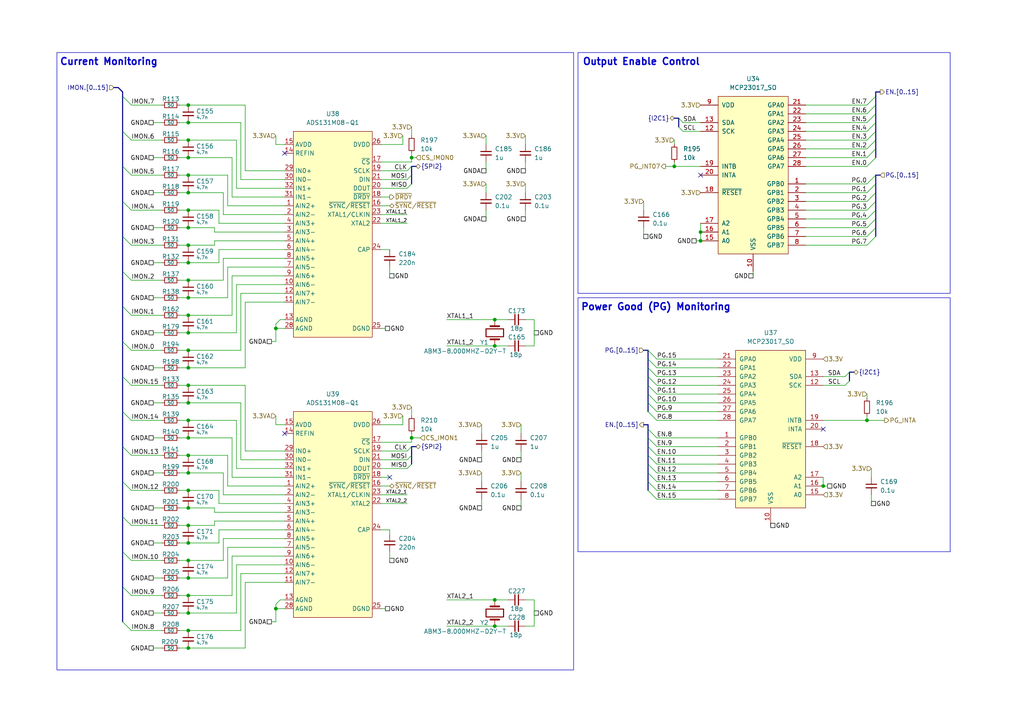
<source format=kicad_sch>
(kicad_sch (version 20250114) (generator "eeschema") (generator_version "9.0")
  (paper "A4")
  (title_block (title "eFuse Monitoring and Control") (date "2025-04-17") (rev "A") (company "Longhorn Racing Solar") (comment 1 "Changxu Liu, Watts Yasueda"))
  (rectangle (start 16.51 15.24) (end 166.37 194.31))
  (rectangle (start 167.64 15.24) (end 275.59 85.09))
  (rectangle (start 167.64 86.36) (end 275.59 160.02))
  (text "Power Good (PG) Monitoring" (at 168.402 89.154 0) (effects (font (size 2 2) (bold yes)) (justify left)))
  (text "Output Enable Control" (at 168.91 18.034 0) (effects (font (size 2 2) (bold yes)) (justify left)))
  (text "Current Monitoring" (at 17.272 18.034 0) (effects (font (size 2 2) (bold yes)) (justify left)))
  (junction (at 54.61 106.68))
  (junction (at 54.61 71.12))
  (junction (at 54.61 127))
  (junction (at 80.01 176.53))
  (junction (at 54.61 157.48))
  (junction (at 54.61 162.56))
  (junction (at 54.61 177.8))
  (junction (at 54.61 121.92))
  (junction (at 54.61 116.84))
  (junction (at 203.2 67.31))
  (junction (at 54.61 66.04))
  (junction (at 54.61 111.76))
  (junction (at 54.61 76.2))
  (junction (at 54.61 55.88))
  (junction (at 143.51 173.99))
  (junction (at 54.61 45.72))
  (junction (at 54.61 60.96))
  (junction (at 143.51 92.71))
  (junction (at 80.01 95.25))
  (junction (at 54.61 187.96))
  (junction (at 119.38 127))
  (junction (at 54.61 91.44))
  (junction (at 54.61 142.24))
  (junction (at 238.76 140.97))
  (junction (at 54.61 96.52))
  (junction (at 119.38 45.72))
  (junction (at 54.61 30.48))
  (junction (at 54.61 81.28))
  (junction (at 54.61 50.8))
  (junction (at 54.61 35.56))
  (junction (at 54.61 132.08))
  (junction (at 54.61 86.36))
  (junction (at 54.61 137.16))
  (junction (at 251.46 121.92))
  (junction (at 54.61 172.72))
  (junction (at 203.2 69.85))
  (junction (at 195.58 48.26))
  (junction (at 54.61 152.4))
  (junction (at 143.51 100.33))
  (junction (at 54.61 40.64))
  (junction (at 54.61 182.88))
  (junction (at 143.51 181.61))
  (junction (at 54.61 147.32))
  (junction (at 54.61 167.64))
  (junction (at 54.61 101.6))
  (no_connect (at 238.76 124.46))
  (no_connect (at 113.03 138.43))
  (no_connect (at 82.55 125.73))
  (no_connect (at 82.55 44.45))
  (no_connect (at 203.2 50.8))
  (bus_entry (at 35.56 88.9) (size 2.54 2.54))
  (bus_entry (at 35.56 180.34) (size 2.54 2.54))
  (bus_entry (at 187.96 134.62) (size 2.54 2.54))
  (bus_entry (at 254 55.88) (size -2.54 2.54))
  (bus_entry (at 254 58.42) (size -2.54 2.54))
  (bus_entry (at 187.96 127) (size 2.54 2.54))
  (bus_entry (at 119.38 132.08) (size -1.27 1.27))
  (bus_entry (at 254 33.02) (size -2.54 2.54))
  (bus_entry (at 196.85 36.83) (size 1.27 1.27))
  (bus_entry (at 35.56 109.22) (size 2.54 2.54))
  (bus_entry (at 288.29 -39.37) (size -2.54 2.54))
  (bus_entry (at 35.56 170.18) (size 2.54 2.54))
  (bus_entry (at 288.29 -44.45) (size -2.54 2.54))
  (bus_entry (at 254 45.72) (size -2.54 2.54))
  (bus_entry (at 119.38 134.62) (size -1.27 1.27))
  (bus_entry (at 35.56 27.94) (size 2.54 2.54))
  (bus_entry (at 35.56 48.26) (size 2.54 2.54))
  (bus_entry (at 254 40.64) (size -2.54 2.54))
  (bus_entry (at 35.56 68.58) (size 2.54 2.54))
  (bus_entry (at 288.29 -21.59) (size -2.54 2.54))
  (bus_entry (at 288.29 -34.29) (size -2.54 2.54))
  (bus_entry (at 35.56 119.38) (size 2.54 2.54))
  (bus_entry (at 254 68.58) (size -2.54 2.54))
  (bus_entry (at 254 27.94) (size -2.54 2.54))
  (bus_entry (at 35.56 160.02) (size 2.54 2.54))
  (bus_entry (at 35.56 58.42) (size 2.54 2.54))
  (bus_entry (at 246.38 107.95) (size -1.27 1.27))
  (bus_entry (at 187.96 119.38) (size 2.54 2.54))
  (bus_entry (at 35.56 149.86) (size 2.54 2.54))
  (bus_entry (at 187.96 124.46) (size 2.54 2.54))
  (bus_entry (at 187.96 137.16) (size 2.54 2.54))
  (bus_entry (at 288.29 -16.51) (size -2.54 2.54))
  (bus_entry (at 254 60.96) (size -2.54 2.54))
  (bus_entry (at 187.96 111.76) (size 2.54 2.54))
  (bus_entry (at 254 63.5) (size -2.54 2.54))
  (bus_entry (at 288.29 -11.43) (size -2.54 2.54))
  (bus_entry (at 254 35.56) (size -2.54 2.54))
  (bus_entry (at 288.29 -26.67) (size -2.54 2.54))
  (bus_entry (at 35.56 78.74) (size 2.54 2.54))
  (bus_entry (at 187.96 106.68) (size 2.54 2.54))
  (bus_entry (at 187.96 139.7) (size 2.54 2.54))
  (bus_entry (at 288.29 -46.99) (size -2.54 2.54))
  (bus_entry (at 119.38 50.8) (size -1.27 1.27))
  (bus_entry (at 254 50.8) (size -2.54 2.54))
  (bus_entry (at 288.29 -41.91) (size -2.54 2.54))
  (bus_entry (at 35.56 99.06) (size 2.54 2.54))
  (bus_entry (at 288.29 -24.13) (size -2.54 2.54))
  (bus_entry (at 254 38.1) (size -2.54 2.54))
  (bus_entry (at 119.38 53.34) (size -1.27 1.27))
  (bus_entry (at 35.56 139.7) (size 2.54 2.54))
  (bus_entry (at 119.38 129.54) (size -1.27 1.27))
  (bus_entry (at 35.56 38.1) (size 2.54 2.54))
  (bus_entry (at 288.29 -49.53) (size -2.54 2.54))
  (bus_entry (at 254 43.18) (size -2.54 2.54))
  (bus_entry (at 187.96 116.84) (size 2.54 2.54))
  (bus_entry (at 187.96 132.08) (size 2.54 2.54))
  (bus_entry (at 187.96 142.24) (size 2.54 2.54))
  (bus_entry (at 35.56 129.54) (size 2.54 2.54))
  (bus_entry (at 196.85 34.29) (size 1.27 1.27))
  (bus_entry (at 187.96 104.14) (size 2.54 2.54))
  (bus_entry (at 119.38 48.26) (size -1.27 1.27))
  (bus_entry (at 288.29 -13.97) (size -2.54 2.54))
  (bus_entry (at 288.29 -52.07) (size -2.54 2.54))
  (bus_entry (at 254 30.48) (size -2.54 2.54))
  (bus_entry (at 288.29 -36.83) (size -2.54 2.54))
  (bus_entry (at 187.96 101.6) (size 2.54 2.54))
  (bus_entry (at 254 53.34) (size -2.54 2.54))
  (bus_entry (at 187.96 109.22) (size 2.54 2.54))
  (bus_entry (at 288.29 -29.21) (size -2.54 2.54))
  (bus_entry (at 288.29 -19.05) (size -2.54 2.54))
  (bus_entry (at 254 66.04) (size -2.54 2.54))
  (bus_entry (at 246.38 110.49) (size -1.27 1.27))
  (bus_entry (at 187.96 129.54) (size 2.54 2.54))
  (bus_entry (at 187.96 114.3) (size 2.54 2.54))
  (wire (pts (xy 119.38 127) (xy 121.92 127)))
  (wire (pts (xy 68.58 82.55) (xy 82.55 82.55)))
  (bus (pts (xy 254 63.5) (xy 254 66.04)))
  (wire (pts (xy 233.68 38.1) (xy 251.46 38.1)))
  (bus (pts (xy 254 40.64) (xy 254 38.1)))
  (bus (pts (xy 288.29 -29.21) (xy 288.29 -34.29)))
  (wire (pts (xy 110.49 135.89) (xy 118.11 135.89)))
  (wire (pts (xy 69.85 101.6) (xy 54.61 101.6)))
  (wire (pts (xy 119.38 125.73) (xy 119.38 127)))
  (wire (pts (xy 38.1 152.4) (xy 46.99 152.4)))
  (wire (pts (xy 38.1 60.96) (xy 46.99 60.96)))
  (wire (pts (xy 52.07 111.76) (xy 54.61 111.76)))
  (wire (pts (xy 78.74 99.06) (xy 80.01 99.06)))
  (wire (pts (xy 52.07 50.8) (xy 54.61 50.8)))
  (wire (pts (xy 44.45 177.8) (xy 46.99 177.8)))
  (wire (pts (xy 66.04 50.8) (xy 66.04 59.69)))
  (wire (pts (xy 69.85 85.09) (xy 82.55 85.09)))
  (wire (pts (xy 63.5 146.05) (xy 82.55 146.05)))
  (wire (pts (xy 71.12 87.63) (xy 82.55 87.63)))
  (wire (pts (xy 67.31 45.72) (xy 54.61 45.72)))
  (wire (pts (xy 186.69 66.04) (xy 186.69 68.58)))
  (bus (pts (xy 255.27 50.8) (xy 254 50.8)))
  (wire (pts (xy 119.38 44.45) (xy 119.38 45.72)))
  (bus (pts (xy 288.29 -36.83) (xy 288.29 -39.37)))
  (wire (pts (xy 54.61 177.8) (xy 52.07 177.8)))
  (wire (pts (xy 71.12 87.63) (xy 71.12 106.68)))
  (wire (pts (xy 110.49 153.67) (xy 113.03 153.67)))
  (wire (pts (xy 62.23 67.31) (xy 82.55 67.31)))
  (wire (pts (xy 218.44 80.01) (xy 218.44 78.74)))
  (wire (pts (xy 116.84 39.37) (xy 116.84 41.91)))
  (wire (pts (xy 54.61 182.88) (xy 52.07 182.88)))
  (wire (pts (xy 110.49 46.99) (xy 119.38 46.99)))
  (wire (pts (xy 44.45 116.84) (xy 46.99 116.84)))
  (wire (pts (xy 151.13 123.19) (xy 151.13 125.73)))
  (wire (pts (xy 267.97 -13.97) (xy 285.75 -13.97)))
  (wire (pts (xy 52.07 172.72) (xy 54.61 172.72)))
  (wire (pts (xy 208.28 139.7) (xy 190.5 139.7)))
  (wire (pts (xy 66.04 77.47) (xy 82.55 77.47)))
  (wire (pts (xy 203.2 69.85) (xy 201.93 69.85)))
  (wire (pts (xy 67.31 80.01) (xy 82.55 80.01)))
  (wire (pts (xy 68.58 96.52) (xy 54.61 96.52)))
  (wire (pts (xy 252.73 143.51) (xy 252.73 146.05)))
  (wire (pts (xy 143.51 92.71) (xy 147.32 92.71)))
  (wire (pts (xy 251.46 60.96) (xy 233.68 60.96)))
  (wire (pts (xy 251.46 66.04) (xy 233.68 66.04)))
  (bus (pts (xy 288.29 -49.53) (xy 288.29 -52.07)))
  (wire (pts (xy 54.61 60.96) (xy 63.5 60.96)))
  (bus (pts (xy 35.56 88.9) (xy 35.56 99.06)))
  (wire (pts (xy 190.5 116.84) (xy 208.28 116.84)))
  (wire (pts (xy 54.61 187.96) (xy 52.07 187.96)))
  (wire (pts (xy 190.5 121.92) (xy 208.28 121.92)))
  (bus (pts (xy 254 55.88) (xy 254 58.42)))
  (bus (pts (xy 187.96 139.7) (xy 187.96 137.16)))
  (wire (pts (xy 71.12 49.53) (xy 71.12 30.48)))
  (wire (pts (xy 233.68 40.64) (xy 251.46 40.64)))
  (wire (pts (xy 113.03 77.47) (xy 113.03 80.01)))
  (wire (pts (xy 64.77 55.88) (xy 64.77 62.23)))
  (wire (pts (xy 62.23 152.4) (xy 54.61 152.4)))
  (wire (pts (xy 195.58 40.64) (xy 195.58 41.91)))
  (wire (pts (xy 38.1 111.76) (xy 46.99 111.76)))
  (wire (pts (xy 186.69 58.42) (xy 186.69 60.96)))
  (wire (pts (xy 64.77 162.56) (xy 54.61 162.56)))
  (wire (pts (xy 38.1 91.44) (xy 46.99 91.44)))
  (wire (pts (xy 52.07 116.84) (xy 54.61 116.84)))
  (wire (pts (xy 251.46 55.88) (xy 233.68 55.88)))
  (bus (pts (xy 187.96 101.6) (xy 187.96 104.14)))
  (wire (pts (xy 52.07 167.64) (xy 54.61 167.64)))
  (wire (pts (xy 44.45 147.32) (xy 46.99 147.32)))
  (bus (pts (xy 288.29 -21.59) (xy 288.29 -24.13)))
  (wire (pts (xy 82.55 72.39) (xy 63.5 72.39)))
  (wire (pts (xy 80.01 175.26) (xy 80.01 176.53)))
  (wire (pts (xy 52.07 76.2) (xy 54.61 76.2)))
  (wire (pts (xy 52.07 157.48) (xy 54.61 157.48)))
  (bus (pts (xy 288.29 -26.67) (xy 288.29 -29.21)))
  (wire (pts (xy 68.58 163.83) (xy 68.58 177.8)))
  (wire (pts (xy 63.5 64.77) (xy 82.55 64.77)))
  (wire (pts (xy 62.23 69.85) (xy 82.55 69.85)))
  (wire (pts (xy 139.7 137.16) (xy 139.7 139.7)))
  (wire (pts (xy 67.31 161.29) (xy 67.31 172.72)))
  (wire (pts (xy 54.61 66.04) (xy 62.23 66.04)))
  (bus (pts (xy 187.96 124.46) (xy 187.96 123.19)))
  (bus (pts (xy 288.29 -52.07) (xy 288.29 -53.34)))
  (wire (pts (xy 110.49 123.19) (xy 116.84 123.19)))
  (wire (pts (xy 267.97 -16.51) (xy 285.75 -16.51)))
  (wire (pts (xy 140.97 60.96) (xy 140.97 63.5)))
  (bus (pts (xy 254 43.18) (xy 254 40.64)))
  (bus (pts (xy 254 53.34) (xy 254 55.88)))
  (wire (pts (xy 140.97 46.99) (xy 140.97 49.53)))
  (bus (pts (xy 187.96 114.3) (xy 187.96 116.84)))
  (wire (pts (xy 251.46 114.3) (xy 251.46 115.57)))
  (wire (pts (xy 52.07 142.24) (xy 54.61 142.24)))
  (wire (pts (xy 54.61 96.52) (xy 52.07 96.52)))
  (wire (pts (xy 110.49 41.91) (xy 116.84 41.91)))
  (wire (pts (xy 66.04 158.75) (xy 66.04 167.64)))
  (wire (pts (xy 80.01 180.34) (xy 80.01 176.53)))
  (wire (pts (xy 69.85 182.88) (xy 54.61 182.88)))
  (wire (pts (xy 64.77 55.88) (xy 54.61 55.88)))
  (wire (pts (xy 64.77 81.28) (xy 54.61 81.28)))
  (wire (pts (xy 38.1 81.28) (xy 46.99 81.28)))
  (wire (pts (xy 208.28 132.08) (xy 190.5 132.08)))
  (wire (pts (xy 52.07 162.56) (xy 54.61 162.56)))
  (wire (pts (xy 52.07 55.88) (xy 54.61 55.88)))
  (bus (pts (xy 187.96 111.76) (xy 187.96 114.3)))
  (bus (pts (xy 187.96 137.16) (xy 187.96 134.62)))
  (wire (pts (xy 238.76 121.92) (xy 251.46 121.92)))
  (wire (pts (xy 68.58 54.61) (xy 68.58 40.64)))
  (wire (pts (xy 80.01 123.19) (xy 82.55 123.19)))
  (wire (pts (xy 252.73 135.89) (xy 252.73 138.43)))
  (wire (pts (xy 71.12 168.91) (xy 71.12 187.96)))
  (wire (pts (xy 54.61 172.72) (xy 67.31 172.72)))
  (wire (pts (xy 154.94 173.99) (xy 154.94 181.61)))
  (wire (pts (xy 139.7 123.19) (xy 139.7 125.73)))
  (bus (pts (xy 186.69 101.6) (xy 187.96 101.6)))
  (bus (pts (xy 288.29 -46.99) (xy 288.29 -49.53)))
  (bus (pts (xy 187.96 132.08) (xy 187.96 129.54)))
  (wire (pts (xy 62.23 147.32) (xy 62.23 148.59)))
  (wire (pts (xy 62.23 151.13) (xy 62.23 152.4)))
  (wire (pts (xy 54.61 142.24) (xy 63.5 142.24)))
  (wire (pts (xy 110.49 57.15) (xy 113.03 57.15)))
  (wire (pts (xy 54.61 187.96) (xy 71.12 187.96)))
  (wire (pts (xy 38.1 101.6) (xy 46.99 101.6)))
  (wire (pts (xy 52.07 132.08) (xy 54.61 132.08)))
  (wire (pts (xy 69.85 166.37) (xy 82.55 166.37)))
  (bus (pts (xy 119.38 134.62) (xy 119.38 132.08)))
  (wire (pts (xy 54.61 101.6) (xy 52.07 101.6)))
  (wire (pts (xy 238.76 109.22) (xy 245.11 109.22)))
  (wire (pts (xy 110.49 133.35) (xy 118.11 133.35)))
  (wire (pts (xy 62.23 148.59) (xy 82.55 148.59)))
  (wire (pts (xy 113.03 154.94) (xy 113.03 153.67)))
  (wire (pts (xy 152.4 60.96) (xy 152.4 63.5)))
  (bus (pts (xy 35.56 27.94) (xy 35.56 38.1)))
  (wire (pts (xy 44.45 106.68) (xy 46.99 106.68)))
  (wire (pts (xy 110.49 140.97) (xy 113.03 140.97)))
  (wire (pts (xy 238.76 111.76) (xy 245.11 111.76)))
  (wire (pts (xy 80.01 41.91) (xy 82.55 41.91)))
  (wire (pts (xy 110.49 95.25) (xy 111.76 95.25)))
  (wire (pts (xy 44.45 127) (xy 46.99 127)))
  (bus (pts (xy 119.38 132.08) (xy 119.38 129.54)))
  (bus (pts (xy 195.58 34.29) (xy 196.85 34.29)))
  (bus (pts (xy 187.96 116.84) (xy 187.96 119.38)))
  (bus (pts (xy 35.56 129.54) (xy 35.56 139.7)))
  (bus (pts (xy 35.56 119.38) (xy 35.56 129.54)))
  (wire (pts (xy 82.55 153.67) (xy 63.5 153.67)))
  (wire (pts (xy 52.07 66.04) (xy 54.61 66.04)))
  (wire (pts (xy 267.97 -21.59) (xy 285.75 -21.59)))
  (wire (pts (xy 62.23 151.13) (xy 82.55 151.13)))
  (wire (pts (xy 38.1 182.88) (xy 46.99 182.88)))
  (wire (pts (xy 71.12 106.68) (xy 54.61 106.68)))
  (wire (pts (xy 38.1 162.56) (xy 46.99 162.56)))
  (wire (pts (xy 44.45 96.52) (xy 46.99 96.52)))
  (bus (pts (xy 35.56 149.86) (xy 35.56 160.02)))
  (bus (pts (xy 119.38 53.34) (xy 119.38 50.8)))
  (wire (pts (xy 82.55 130.81) (xy 71.12 130.81)))
  (wire (pts (xy 198.12 38.1) (xy 203.2 38.1)))
  (bus (pts (xy 254 45.72) (xy 254 43.18)))
  (wire (pts (xy 267.97 -41.91) (xy 285.75 -41.91)))
  (wire (pts (xy 54.61 111.76) (xy 71.12 111.76)))
  (wire (pts (xy 267.97 -49.53) (xy 285.75 -49.53)))
  (wire (pts (xy 52.07 71.12) (xy 54.61 71.12)))
  (wire (pts (xy 52.07 91.44) (xy 54.61 91.44)))
  (wire (pts (xy 151.13 144.78) (xy 151.13 147.32)))
  (wire (pts (xy 82.55 135.89) (xy 68.58 135.89)))
  (bus (pts (xy 288.29 -53.34) (xy 289.56 -53.34)))
  (wire (pts (xy 64.77 137.16) (xy 64.77 143.51)))
  (wire (pts (xy 208.28 129.54) (xy 190.5 129.54)))
  (wire (pts (xy 152.4 39.37) (xy 152.4 41.91)))
  (wire (pts (xy 110.49 176.53) (xy 111.76 176.53)))
  (wire (pts (xy 82.55 52.07) (xy 69.85 52.07)))
  (wire (pts (xy 52.07 45.72) (xy 54.61 45.72)))
  (wire (pts (xy 203.2 64.77) (xy 203.2 67.31)))
  (wire (pts (xy 233.68 30.48) (xy 251.46 30.48)))
  (wire (pts (xy 251.46 71.12) (xy 233.68 71.12)))
  (wire (pts (xy 208.28 137.16) (xy 190.5 137.16)))
  (bus (pts (xy 119.38 129.54) (xy 120.65 129.54)))
  (wire (pts (xy 151.13 130.81) (xy 151.13 133.35)))
  (wire (pts (xy 267.97 -36.83) (xy 285.75 -36.83)))
  (wire (pts (xy 63.5 142.24) (xy 63.5 146.05)))
  (wire (pts (xy 68.58 163.83) (xy 82.55 163.83)))
  (wire (pts (xy 66.04 132.08) (xy 54.61 132.08)))
  (wire (pts (xy 44.45 137.16) (xy 46.99 137.16)))
  (wire (pts (xy 80.01 120.65) (xy 80.01 123.19)))
  (wire (pts (xy 82.55 49.53) (xy 71.12 49.53)))
  (wire (pts (xy 38.1 40.64) (xy 46.99 40.64)))
  (wire (pts (xy 129.54 173.99) (xy 143.51 173.99)))
  (wire (pts (xy 66.04 86.36) (xy 54.61 86.36)))
  (wire (pts (xy 52.07 127) (xy 54.61 127)))
  (wire (pts (xy 67.31 80.01) (xy 67.31 91.44)))
  (wire (pts (xy 119.38 127) (xy 119.38 128.27)))
  (wire (pts (xy 151.13 137.16) (xy 151.13 139.7)))
  (wire (pts (xy 267.97 -19.05) (xy 285.75 -19.05)))
  (wire (pts (xy 152.4 92.71) (xy 154.94 92.71)))
  (wire (pts (xy 82.55 133.35) (xy 69.85 133.35)))
  (bus (pts (xy 187.96 106.68) (xy 187.96 109.22)))
  (bus (pts (xy 254 58.42) (xy 254 60.96)))
  (wire (pts (xy 251.46 58.42) (xy 233.68 58.42)))
  (bus (pts (xy 35.56 38.1) (xy 35.56 48.26)))
  (bus (pts (xy 288.29 -44.45) (xy 288.29 -46.99)))
  (bus (pts (xy 35.56 99.06) (xy 35.56 109.22)))
  (wire (pts (xy 110.49 64.77) (xy 118.11 64.77)))
  (wire (pts (xy 68.58 82.55) (xy 68.58 96.52)))
  (wire (pts (xy 64.77 137.16) (xy 54.61 137.16)))
  (bus (pts (xy 35.56 160.02) (xy 35.56 170.18)))
  (bus (pts (xy 187.96 109.22) (xy 187.96 111.76)))
  (bus (pts (xy 35.56 26.67) (xy 35.56 27.94)))
  (wire (pts (xy 52.07 60.96) (xy 54.61 60.96)))
  (wire (pts (xy 110.49 52.07) (xy 118.11 52.07)))
  (wire (pts (xy 139.7 144.78) (xy 139.7 147.32)))
  (wire (pts (xy 251.46 120.65) (xy 251.46 121.92)))
  (wire (pts (xy 110.49 72.39) (xy 113.03 72.39)))
  (bus (pts (xy 288.29 -19.05) (xy 288.29 -21.59)))
  (wire (pts (xy 80.01 176.53) (xy 82.55 176.53)))
  (wire (pts (xy 38.1 30.48) (xy 46.99 30.48)))
  (wire (pts (xy 190.5 114.3) (xy 208.28 114.3)))
  (wire (pts (xy 110.49 128.27) (xy 119.38 128.27)))
  (wire (pts (xy 62.23 71.12) (xy 54.61 71.12)))
  (wire (pts (xy 68.58 177.8) (xy 54.61 177.8)))
  (wire (pts (xy 129.54 100.33) (xy 143.51 100.33)))
  (wire (pts (xy 52.07 35.56) (xy 54.61 35.56)))
  (wire (pts (xy 44.45 86.36) (xy 46.99 86.36)))
  (bus (pts (xy 187.96 123.19) (xy 186.69 123.19)))
  (wire (pts (xy 69.85 85.09) (xy 69.85 101.6)))
  (bus (pts (xy 246.38 107.95) (xy 246.38 110.49)))
  (wire (pts (xy 52.07 121.92) (xy 54.61 121.92)))
  (wire (pts (xy 208.28 142.24) (xy 190.5 142.24)))
  (wire (pts (xy 54.61 30.48) (xy 71.12 30.48)))
  (wire (pts (xy 233.68 43.18) (xy 251.46 43.18)))
  (wire (pts (xy 190.5 104.14) (xy 208.28 104.14)))
  (bus (pts (xy 187.96 142.24) (xy 187.96 139.7)))
  (wire (pts (xy 63.5 60.96) (xy 63.5 64.77)))
  (wire (pts (xy 38.1 142.24) (xy 46.99 142.24)))
  (wire (pts (xy 64.77 156.21) (xy 64.77 162.56)))
  (wire (pts (xy 110.49 146.05) (xy 118.11 146.05)))
  (bus (pts (xy 254 66.04) (xy 254 68.58)))
  (wire (pts (xy 81.28 92.71) (xy 80.01 93.98)))
  (wire (pts (xy 195.58 46.99) (xy 195.58 48.26)))
  (wire (pts (xy 190.5 106.68) (xy 208.28 106.68)))
  (wire (pts (xy 267.97 -11.43) (xy 285.75 -11.43)))
  (wire (pts (xy 203.2 67.31) (xy 203.2 69.85)))
  (wire (pts (xy 190.5 111.76) (xy 208.28 111.76)))
  (wire (pts (xy 38.1 121.92) (xy 46.99 121.92)))
  (wire (pts (xy 44.45 187.96) (xy 46.99 187.96)))
  (wire (pts (xy 38.1 50.8) (xy 46.99 50.8)))
  (wire (pts (xy 152.4 181.61) (xy 154.94 181.61)))
  (wire (pts (xy 68.58 135.89) (xy 68.58 121.92)))
  (wire (pts (xy 68.58 121.92) (xy 54.61 121.92)))
  (wire (pts (xy 66.04 59.69) (xy 82.55 59.69)))
  (wire (pts (xy 251.46 68.58) (xy 233.68 68.58)))
  (wire (pts (xy 80.01 95.25) (xy 82.55 95.25)))
  (bus (pts (xy 254 50.8) (xy 254 53.34)))
  (wire (pts (xy 113.03 160.02) (xy 113.03 162.56)))
  (wire (pts (xy 52.07 137.16) (xy 54.61 137.16)))
  (wire (pts (xy 233.68 48.26) (xy 251.46 48.26)))
  (wire (pts (xy 44.45 55.88) (xy 46.99 55.88)))
  (wire (pts (xy 52.07 30.48) (xy 54.61 30.48)))
  (wire (pts (xy 52.07 81.28) (xy 54.61 81.28)))
  (bus (pts (xy 33.02 25.4) (xy 34.29 25.4)))
  (wire (pts (xy 81.28 173.99) (xy 80.01 175.26)))
  (wire (pts (xy 119.38 36.83) (xy 119.38 39.37)))
  (wire (pts (xy 63.5 157.48) (xy 54.61 157.48)))
  (wire (pts (xy 82.55 54.61) (xy 68.58 54.61)))
  (wire (pts (xy 110.49 130.81) (xy 118.11 130.81)))
  (wire (pts (xy 63.5 153.67) (xy 63.5 157.48)))
  (wire (pts (xy 64.77 156.21) (xy 82.55 156.21)))
  (wire (pts (xy 267.97 -46.99) (xy 285.75 -46.99)))
  (wire (pts (xy 140.97 53.34) (xy 140.97 55.88)))
  (bus (pts (xy 254 38.1) (xy 254 35.56)))
  (wire (pts (xy 195.58 48.26) (xy 203.2 48.26)))
  (wire (pts (xy 68.58 40.64) (xy 54.61 40.64)))
  (bus (pts (xy 288.29 -13.97) (xy 288.29 -16.51)))
  (wire (pts (xy 193.04 48.26) (xy 195.58 48.26)))
  (wire (pts (xy 66.04 140.97) (xy 82.55 140.97)))
  (wire (pts (xy 44.45 45.72) (xy 46.99 45.72)))
  (wire (pts (xy 152.4 53.34) (xy 152.4 55.88)))
  (bus (pts (xy 288.29 -34.29) (xy 288.29 -36.83)))
  (wire (pts (xy 64.77 74.93) (xy 82.55 74.93)))
  (wire (pts (xy 208.28 134.62) (xy 190.5 134.62)))
  (bus (pts (xy 35.56 139.7) (xy 35.56 149.86)))
  (wire (pts (xy 110.49 54.61) (xy 118.11 54.61)))
  (wire (pts (xy 190.5 119.38) (xy 208.28 119.38)))
  (wire (pts (xy 198.12 35.56) (xy 203.2 35.56)))
  (wire (pts (xy 190.5 109.22) (xy 208.28 109.22)))
  (wire (pts (xy 238.76 138.43) (xy 238.76 140.97)))
  (wire (pts (xy 267.97 -44.45) (xy 285.75 -44.45)))
  (wire (pts (xy 66.04 50.8) (xy 54.61 50.8)))
  (bus (pts (xy 288.29 -39.37) (xy 288.29 -41.91)))
  (wire (pts (xy 44.45 167.64) (xy 46.99 167.64)))
  (wire (pts (xy 67.31 138.43) (xy 82.55 138.43)))
  (wire (pts (xy 64.77 143.51) (xy 82.55 143.51)))
  (wire (pts (xy 267.97 -26.67) (xy 285.75 -26.67)))
  (wire (pts (xy 54.61 116.84) (xy 69.85 116.84)))
  (wire (pts (xy 119.38 118.11) (xy 119.38 120.65)))
  (wire (pts (xy 143.51 100.33) (xy 147.32 100.33)))
  (bus (pts (xy 119.38 50.8) (xy 119.38 48.26)))
  (wire (pts (xy 233.68 33.02) (xy 251.46 33.02)))
  (wire (pts (xy 233.68 45.72) (xy 251.46 45.72)))
  (wire (pts (xy 67.31 161.29) (xy 82.55 161.29)))
  (wire (pts (xy 110.49 59.69) (xy 113.03 59.69)))
  (wire (pts (xy 251.46 63.5) (xy 233.68 63.5)))
  (bus (pts (xy 34.29 25.4) (xy 35.56 26.67)))
  (bus (pts (xy 35.56 170.18) (xy 35.56 180.34)))
  (bus (pts (xy 35.56 58.42) (xy 35.56 68.58)))
  (bus (pts (xy 288.29 -24.13) (xy 288.29 -26.67)))
  (bus (pts (xy 187.96 104.14) (xy 187.96 106.68)))
  (wire (pts (xy 110.49 143.51) (xy 118.11 143.51)))
  (wire (pts (xy 78.74 180.34) (xy 80.01 180.34)))
  (wire (pts (xy 80.01 39.37) (xy 80.01 41.91)))
  (bus (pts (xy 196.85 34.29) (xy 196.85 36.83)))
  (bus (pts (xy 254 30.48) (xy 254 27.94)))
  (wire (pts (xy 208.28 144.78) (xy 190.5 144.78)))
  (wire (pts (xy 71.12 130.81) (xy 71.12 111.76)))
  (wire (pts (xy 119.38 45.72) (xy 119.38 46.99)))
  (bus (pts (xy 254 60.96) (xy 254 63.5)))
  (wire (pts (xy 119.38 45.72) (xy 120.65 45.72)))
  (wire (pts (xy 129.54 181.61) (xy 143.51 181.61)))
  (wire (pts (xy 82.55 173.99) (xy 81.28 173.99)))
  (wire (pts (xy 66.04 132.08) (xy 66.04 140.97)))
  (wire (pts (xy 71.12 168.91) (xy 82.55 168.91)))
  (bus (pts (xy 35.56 68.58) (xy 35.56 78.74)))
  (wire (pts (xy 67.31 127) (xy 67.31 138.43)))
  (bus (pts (xy 288.29 -11.43) (xy 288.29 -13.97)))
  (wire (pts (xy 54.61 91.44) (xy 67.31 91.44)))
  (wire (pts (xy 69.85 52.07) (xy 69.85 35.56)))
  (bus (pts (xy 187.96 127) (xy 187.96 124.46)))
  (wire (pts (xy 69.85 166.37) (xy 69.85 182.88)))
  (wire (pts (xy 66.04 167.64) (xy 54.61 167.64)))
  (wire (pts (xy 110.49 49.53) (xy 118.11 49.53)))
  (bus (pts (xy 246.38 107.95) (xy 247.65 107.95)))
  (wire (pts (xy 63.5 72.39) (xy 63.5 76.2)))
  (wire (pts (xy 267.97 -39.37) (xy 285.75 -39.37)))
  (wire (pts (xy 52.07 147.32) (xy 54.61 147.32)))
  (wire (pts (xy 152.4 173.99) (xy 154.94 173.99)))
  (wire (pts (xy 44.45 35.56) (xy 46.99 35.56)))
  (wire (pts (xy 63.5 76.2) (xy 54.61 76.2)))
  (wire (pts (xy 143.51 181.61) (xy 147.32 181.61)))
  (wire (pts (xy 62.23 69.85) (xy 62.23 71.12)))
  (wire (pts (xy 54.61 35.56) (xy 69.85 35.56)))
  (wire (pts (xy 62.23 66.04) (xy 62.23 67.31)))
  (wire (pts (xy 251.46 121.92) (xy 256.54 121.92)))
  (wire (pts (xy 143.51 173.99) (xy 147.32 173.99)))
  (wire (pts (xy 240.03 140.97) (xy 238.76 140.97)))
  (wire (pts (xy 67.31 127) (xy 54.61 127)))
  (wire (pts (xy 38.1 132.08) (xy 46.99 132.08)))
  (wire (pts (xy 80.01 99.06) (xy 80.01 95.25)))
  (wire (pts (xy 140.97 39.37) (xy 140.97 41.91)))
  (bus (pts (xy 187.96 134.62) (xy 187.96 132.08)))
  (wire (pts (xy 233.68 35.56) (xy 251.46 35.56)))
  (wire (pts (xy 208.28 127) (xy 190.5 127)))
  (wire (pts (xy 80.01 93.98) (xy 80.01 95.25)))
  (bus (pts (xy 35.56 48.26) (xy 35.56 58.42)))
  (wire (pts (xy 267.97 -8.89) (xy 285.75 -8.89)))
  (wire (pts (xy 44.45 66.04) (xy 46.99 66.04)))
  (wire (pts (xy 110.49 62.23) (xy 118.11 62.23)))
  (wire (pts (xy 129.54 92.71) (xy 143.51 92.71)))
  (wire (pts (xy 38.1 172.72) (xy 46.99 172.72)))
  (wire (pts (xy 38.1 71.12) (xy 46.99 71.12)))
  (wire (pts (xy 66.04 77.47) (xy 66.04 86.36)))
  (wire (pts (xy 54.61 147.32) (xy 62.23 147.32)))
  (wire (pts (xy 44.45 76.2) (xy 46.99 76.2)))
  (wire (pts (xy 67.31 45.72) (xy 67.31 57.15)))
  (bus (pts (xy 119.38 48.26) (xy 120.65 48.26)))
  (wire (pts (xy 66.04 158.75) (xy 82.55 158.75)))
  (wire (pts (xy 152.4 46.99) (xy 152.4 49.53)))
  (wire (pts (xy 54.61 106.68) (xy 52.07 106.68)))
  (bus (pts (xy 254 27.94) (xy 254 26.67)))
  (wire (pts (xy 154.94 92.71) (xy 154.94 100.33)))
  (wire (pts (xy 251.46 53.34) (xy 233.68 53.34)))
  (wire (pts (xy 52.07 40.64) (xy 54.61 40.64)))
  (wire (pts (xy 152.4 100.33) (xy 154.94 100.33)))
  (bus (pts (xy 187.96 129.54) (xy 187.96 127)))
  (bus (pts (xy 35.56 109.22) (xy 35.56 119.38)))
  (wire (pts (xy 52.07 152.4) (xy 54.61 152.4)))
  (bus (pts (xy 35.56 78.74) (xy 35.56 88.9)))
  (wire (pts (xy 267.97 -31.75) (xy 285.75 -31.75)))
  (wire (pts (xy 44.45 157.48) (xy 46.99 157.48)))
  (wire (pts (xy 52.07 86.36) (xy 54.61 86.36)))
  (bus (pts (xy 288.29 -16.51) (xy 288.29 -19.05)))
  (wire (pts (xy 267.97 -24.13) (xy 285.75 -24.13)))
  (wire (pts (xy 82.55 92.71) (xy 81.28 92.71)))
  (wire (pts (xy 116.84 120.65) (xy 116.84 123.19)))
  (bus (pts (xy 288.29 -41.91) (xy 288.29 -44.45)))
  (wire (pts (xy 64.77 62.23) (xy 82.55 62.23)))
  (wire (pts (xy 69.85 133.35) (xy 69.85 116.84)))
  (bus (pts (xy 254 26.67) (xy 255.27 26.67)))
  (bus (pts (xy 254 33.02) (xy 254 30.48)))
  (wire (pts (xy 64.77 74.93) (xy 64.77 81.28)))
  (wire (pts (xy 267.97 -34.29) (xy 285.75 -34.29)))
  (wire (pts (xy 139.7 130.81) (xy 139.7 133.35)))
  (wire (pts (xy 67.31 57.15) (xy 82.55 57.15)))
  (bus (pts (xy 254 35.56) (xy 254 33.02)))
  (wire (pts (xy 110.49 138.43) (xy 113.03 138.43)))
  (label "EN.9" (at 190.5 129.54 0))
  (label "MOSI" (at 118.11 133.35 180))
  (label "PG.2" (at 251.46 58.42 180))
  (label "IMON.6" (at 38.1 40.64 0))
  (label "SDA" (at 243.84 109.22 180))
  (label "EN.13" (at 285.75 -13.97 180))
  (label "CLK" (at 118.11 130.81 180))
  (label "IMON.13" (at 38.1 132.08 0))
  (label "PG.10" (at 190.5 116.84 0))
  (label "CLK" (at 118.11 49.53 180))
  (label "EN.4" (at 285.75 -39.37 180))
  (label "EN.6" (at 251.46 33.02 180))
  (label "EN.2" (at 285.75 -44.45 180))
  (label "IMON.2" (at 38.1 81.28 0))
  (label "EN.15" (at 190.5 144.78 0))
  (label "XTAL2_2" (at 129.54 181.61 0))
  (label "IMON.10" (at 38.1 162.56 0))
  (label "EN.11" (at 190.5 134.62 0))
  (label "PG.5" (at 251.46 66.04 180))
  (label "EN.14" (at 190.5 142.24 0))
  (label "IMON.7" (at 38.1 30.48 0))
  (label "XTAL2_1" (at 118.11 143.51 180) (effects (font (size 1 1))))
  (label "PG.4" (at 251.46 63.5 180))
  (label "PG.6" (at 251.46 68.58 180))
  (label "EN.10" (at 190.5 132.08 0))
  (label "IMON.9" (at 38.1 172.72 0))
  (label "IMON.1" (at 38.1 91.44 0))
  (label "EN.3" (at 285.75 -41.91 180))
  (label "EN.5" (at 285.75 -36.83 180))
  (label "EN.12" (at 285.75 -16.51 180))
  (label "EN.12" (at 190.5 137.16 0))
  (label "EN.8" (at 190.5 127 0))
  (label "EN.11" (at 285.75 -19.05 180))
  (label "XTAL2_1" (at 129.54 173.99 0))
  (label "IMON.3" (at 38.1 71.12 0))
  (label "EN.1" (at 285.75 -46.99 180))
  (label "MOSI" (at 118.11 52.07 180))
  (label "EN.13" (at 190.5 139.7 0))
  (label "EN.0" (at 285.75 -49.53 180))
  (label "EN.9" (at 285.75 -24.13 180))
  (label "SDA" (at 198.12 35.56 0))
  (label "MISO" (at 118.11 54.61 180))
  (label "PG.14" (at 190.5 106.68 0))
  (label "PG.1" (at 251.46 55.88 180))
  (label "IMON.11" (at 38.1 152.4 0))
  (label "EN.8" (at 285.75 -26.67 180))
  (label "EN.6" (at 285.75 -34.29 180))
  (label "EN.5" (at 251.46 35.56 180))
  (label "EN.7" (at 251.46 30.48 180))
  (label "PG.7" (at 251.46 71.12 180))
  (label "EN.7" (at 285.75 -31.75 180))
  (label "IMON.0" (at 38.1 101.6 0))
  (label "EN.2" (at 251.46 43.18 180))
  (label "PG.15" (at 190.5 104.14 0))
  (label "IMON.8" (at 38.1 182.88 0))
  (label "IMON.12" (at 38.1 142.24 0))
  (label "PG.3" (at 251.46 60.96 180))
  (label "SCL" (at 243.84 111.76 180))
  (label "IMON.5" (at 38.1 50.8 0))
  (label "EN.15" (at 285.75 -8.89 180))
  (label "XTAL1_2" (at 118.11 64.77 180) (effects (font (size 1 1))))
  (label "EN.0" (at 251.46 48.26 180))
  (label "PG.13" (at 190.5 109.22 0))
  (label "PG.8" (at 190.5 121.92 0))
  (label "IMON.4" (at 38.1 60.96 0))
  (label "MISO" (at 118.11 135.89 180))
  (label "XTAL1_1" (at 129.54 92.71 0))
  (label "PG.12" (at 190.5 111.76 0))
  (label "EN.4" (at 251.46 38.1 180))
  (label "PG.0" (at 251.46 53.34 180))
  (label "PG.9" (at 190.5 119.38 0))
  (label "EN.3" (at 251.46 40.64 180))
  (label "EN.10" (at 285.75 -21.59 180))
  (label "SCL" (at 198.12 38.1 0))
  (label "EN.1" (at 251.46 45.72 180))
  (label "IMON.15" (at 38.1 111.76 0))
  (label "XTAL1_1" (at 118.11 62.23 180) (effects (font (size 1 1))))
  (label "IMON.14" (at 38.1 121.92 0))
  (label "XTAL1_2" (at 129.54 100.33 0))
  (label "EN.14" (at 285.75 -11.43 180))
  (label "XTAL2_2" (at 118.11 146.05 180) (effects (font (size 1 1))))
  (label "PG.11" (at 190.5 114.3 0))
  (hierarchical_label "3.3V" (shape input) (at 251.46 114.3 180))
  (hierarchical_label "GNDA" (shape passive) (at 44.45 55.88 180))
  (hierarchical_label "GND" (shape passive) (at 218.44 80.01 180))
  (hierarchical_label "3.3V" (shape input) (at 203.2 30.48 180))
  (hierarchical_label "3.3VA" (shape input) (at 140.97 39.37 180))
  (hierarchical_label "3.3V" (shape input) (at 238.76 104.14 0))
  (hierarchical_label "{SPI2}" (shape bidirectional) (at 120.65 48.26 0))
  (hierarchical_label "GND" (shape passive) (at 113.03 162.56 0))
  (hierarchical_label "GND" (shape passive) (at 111.76 95.25 0))
  (hierarchical_label "GND" (shape passive) (at 152.4 49.53 180))
  (hierarchical_label "3.3VA" (shape input) (at 80.01 39.37 180))
  (hierarchical_label "3.3V" (shape input) (at 116.84 120.65 180))
  (hierarchical_label "3.3V" (shape input) (at 238.76 143.51 0))
  (hierarchical_label "3.3V" (shape input) (at 151.13 137.16 180))
  (hierarchical_label "GNDA" (shape passive) (at 44.45 45.72 180))
  (hierarchical_label "GNDA" (shape passive) (at 44.45 157.48 180))
  (hierarchical_label "3.3VA" (shape input) (at 140.97 53.34 180))
  (hierarchical_label "EN.[0..15]" (shape output) (at 289.56 -53.34 0))
  (hierarchical_label "EN.[0..15]" (shape output) (at 186.69 123.19 180))
  (hierarchical_label "GND" (shape passive) (at 252.73 146.05 0))
  (hierarchical_label "3.3V" (shape input) (at 252.73 135.89 180))
  (hierarchical_label "GNDA" (shape passive) (at 78.74 180.34 180))
  (hierarchical_label "GND" (shape passive) (at 151.13 133.35 180))
  (hierarchical_label "3.3V" (shape input) (at 151.13 123.19 180))
  (hierarchical_label "PG.[0..15]" (shape input) (at 255.27 50.8 0))
  (hierarchical_label "GND" (shape passive) (at 240.03 140.97 0))
  (hierarchical_label "GNDA" (shape passive) (at 44.45 96.52 180))
  (hierarchical_label "PG_INT07" (shape output) (at 193.04 48.26 180))
  (hierarchical_label "3.3V" (shape input) (at 203.2 55.88 180))
  (hierarchical_label "IMON.[0..15]" (shape input) (at 33.02 25.4 180))
  (hierarchical_label "GNDA" (shape passive) (at 44.45 187.96 180))
  (hierarchical_label "GNDA" (shape passive) (at 44.45 116.84 180))
  (hierarchical_label "EN.[0..15]" (shape output) (at 255.27 26.67 0))
  (hierarchical_label "3.3VA" (shape input) (at 80.01 120.65 180))
  (hierarchical_label "3.3V" (shape input) (at 116.84 39.37 180))
  (hierarchical_label "GNDA" (shape passive) (at 44.45 177.8 180))
  (hierarchical_label "GND" (shape passive) (at 154.94 177.8 0))
  (hierarchical_label "GNDA" (shape passive) (at 44.45 76.2 180))
  (hierarchical_label "3.3V" (shape input) (at 152.4 53.34 180))
  (hierarchical_label "GNDA" (shape passive) (at 44.45 106.68 180))
  (hierarchical_label "GND" (shape passive) (at 154.94 96.52 0))
  (hierarchical_label "GNDA" (shape passive) (at 44.45 137.16 180))
  (hierarchical_label "3.3V" (shape input) (at 119.38 118.11 180))
  (hierarchical_label "GNDA" (shape passive) (at 139.7 147.32 180))
  (hierarchical_label "~{DRDY}" (shape output) (at 113.03 57.15 0))
  (hierarchical_label "GNDA" (shape passive) (at 140.97 63.5 180))
  (hierarchical_label "GNDA" (shape passive) (at 44.45 86.36 180))
  (hierarchical_label "GND" (shape passive) (at 223.52 152.4 0))
  (hierarchical_label "{I2C1}" (shape bidirectional) (at 247.65 107.95 0))
  (hierarchical_label "3.3V" (shape input) (at 119.38 36.83 180))
  (hierarchical_label "GND" (shape passive) (at 151.13 147.32 180))
  (hierarchical_label "3.3VA" (shape input) (at 139.7 137.16 180))
  (hierarchical_label "CS_IMON0" (shape input) (at 120.65 45.72 0))
  (hierarchical_label "3.3V" (shape input) (at 238.76 129.54 0))
  (hierarchical_label "~{SYNC}{slash}~{RESET}" (shape bidirectional) (at 113.03 59.69 0))
  (hierarchical_label "GND" (shape passive) (at 111.76 176.53 0))
  (hierarchical_label "{SPI2}" (shape bidirectional) (at 120.65 129.54 0))
  (hierarchical_label "{I2C1}" (shape bidirectional) (at 195.58 34.29 180))
  (hierarchical_label "GND" (shape passive) (at 113.03 80.01 0))
  (hierarchical_label "GND" (shape passive) (at 186.69 68.58 0))
  (hierarchical_label "GNDA" (shape passive) (at 44.45 127 180))
  (hierarchical_label "PG_INTA" (shape output) (at 256.54 121.92 0))
  (hierarchical_label "GNDA" (shape passive) (at 44.45 66.04 180))
  (hierarchical_label "GNDA" (shape passive) (at 44.45 147.32 180))
  (hierarchical_label "GNDA" (shape passive) (at 44.45 35.56 180))
  (hierarchical_label "GNDA" (shape passive) (at 78.74 99.06 180))
  (hierarchical_label "GND" (shape passive) (at 152.4 63.5 180))
  (hierarchical_label "CS_IMON1" (shape input) (at 121.92 127 0))
  (hierarchical_label "GNDA" (shape passive) (at 140.97 49.53 180))
  (hierarchical_label "GNDA" (shape passive) (at 139.7 133.35 180))
  (hierarchical_label "3.3V" (shape input) (at 186.69 58.42 180))
  (hierarchical_label "GND" (shape passive) (at 201.93 69.85 180))
  (hierarchical_label "3.3VA" (shape input) (at 139.7 123.19 180))
  (hierarchical_label "3.3V" (shape input) (at 152.4 39.37 180))
  (hierarchical_label "~{SYNC}{slash}~{RESET}" (shape bidirectional) (at 113.03 140.97 0))
  (hierarchical_label "PG.[0..15]" (shape input) (at 186.69 101.6 180))
  (hierarchical_label "GNDA" (shape passive) (at 44.45 167.64 180))
  (hierarchical_label "3.3V" (shape input) (at 195.58 40.64 180))
  (symbol (lib_id "Device:C_Small") (at 149.86 100.33 90) (unit 1)
    (property "Reference" "C165" (at 149.86 97.79 90))
    (property "Value" "18p" (at 149.606 102.87 90))
    (property "Footprint" "Capacitor_SMD:C_0603_1608Metric" (effects (hide yes)))
    (property "Description" "Unpolarized capacitor, small symbol" (effects (hide yes)))
  )
  (symbol (lib_id "Device:R_Small") (at 49.53 187.96 90) (unit 1)
    (property "Reference" "R209" (at 49.276 186.182 90))
    (property "Value" "50" (at 49.53 187.96 90) (effects (font (size 1 1))))
    (property "Footprint" "Resistor_SMD:R_0603_1608Metric" (effects (hide yes)))
    (property "Description" "Resistor, small symbol" (effects (hide yes)))
  )
  (symbol (lib_id "Device:R_Small") (at 49.53 45.72 90) (unit 1)
    (property "Reference" "R116" (at 49.53 43.942 90))
    (property "Value" "50" (at 49.53 45.72 90) (effects (font (size 1 1))))
    (property "Footprint" "Resistor_SMD:R_0603_1608Metric" (effects (hide yes)))
    (property "Description" "Resistor, small symbol" (effects (hide yes)))
  )
  (symbol (lib_id "Device:C_Small") (at 54.61 154.94 0) (unit 1)
    (property "Reference" "C171" (at 56.896 154.178 0) (effects (justify left)))
    (property "Value" "4.7n" (at 56.896 155.956 0) (effects (font (size 1 1)) (justify left)))
    (property "Footprint" "Capacitor_SMD:C_0603_1608Metric" (effects (hide yes)))
    (property "Description" "Unpolarized capacitor, small symbol" (effects (hide yes)))
  )
  (symbol (lib_id "Device:C_Small") (at 54.61 93.98 0) (unit 1)
    (property "Reference" "C161" (at 56.896 93.218 0) (effects (justify left)))
    (property "Value" "4.7n" (at 56.896 94.996 0) (effects (font (size 1 1)) (justify left)))
    (property "Footprint" "Capacitor_SMD:C_0603_1608Metric" (effects (hide yes)))
    (property "Description" "Unpolarized capacitor, small symbol" (effects (hide yes)))
  )
  (symbol (lib_id "Device:C_Small") (at 252.73 140.97 0) (unit 1)
    (property "Reference" "C169" (at 255.27 139.7062 0) (effects (justify left)))
    (property "Value" "0.1u" (at 255.27 142.2462 0) (effects (justify left)))
    (property "Footprint" "Capacitor_SMD:C_0603_1608Metric" (effects (hide yes)))
    (property "Description" "Unpolarized capacitor, small symbol" (effects (hide yes)))
  )
  (symbol (lib_id "Device:C_Small") (at 139.7 128.27 0) (unit 1)
    (property "Reference" "C205" (at 142.24 127.0062 0) (effects (justify left)))
    (property "Value" "1u" (at 142.24 129.5462 0) (effects (justify left)))
    (property "Footprint" "Capacitor_SMD:C_0603_1608Metric" (effects (hide yes)))
    (property "Description" "Unpolarized capacitor, small symbol" (effects (hide yes)))
  )
  (symbol (lib_id "Device:R_Small") (at 49.53 177.8 90) (unit 1)
    (property "Reference" "R207" (at 49.53 176.022 90))
    (property "Value" "50" (at 49.53 177.8 90) (effects (font (size 1 1))))
    (property "Footprint" "Resistor_SMD:R_0603_1608Metric" (effects (hide yes)))
    (property "Description" "Resistor, small symbol" (effects (hide yes)))
  )
  (symbol (lib_id "Device:R_Small") (at 49.53 147.32 90) (unit 1)
    (property "Reference" "R201" (at 49.53 145.542 90))
    (property "Value" "50" (at 49.53 147.32 90) (effects (font (size 1 1))))
    (property "Footprint" "Resistor_SMD:R_0603_1608Metric" (effects (hide yes)))
    (property "Description" "Resistor, small symbol" (effects (hide yes)))
  )
  (symbol (lib_id "Device:R_Small") (at 49.53 121.92 90) (unit 1)
    (property "Reference" "R139" (at 49.53 120.142 90))
    (property "Value" "50" (at 49.53 121.92 90) (effects (font (size 1 1))))
    (property "Footprint" "Resistor_SMD:R_0603_1608Metric" (effects (hide yes)))
    (property "Description" "Resistor, small symbol" (effects (hide yes)))
  )
  (symbol (lib_id "PowerDistributionUnitLib:ADS131M08-Q1") (at 96.52 68.58 0) (unit 1)
    (property "Reference" "U38" (at 96.52 33.02 0))
    (property "Value" "ADS131M08-Q1" (at 96.52 35.56 0))
    (property "Footprint" "PowerDistributionUnitLib:QFP50P700X700X120-32N" (effects (hide yes)))
  )
  (symbol (lib_id "Device:R_Small") (at 49.53 76.2 90) (unit 1)
    (property "Reference" "R132" (at 49.53 74.422 90))
    (property "Value" "50" (at 49.53 76.2 90) (effects (font (size 1 1))))
    (property "Footprint" "Resistor_SMD:R_0603_1608Metric" (effects (hide yes)))
    (property "Description" "Resistor, small symbol" (effects (hide yes)))
  )
  (symbol (lib_id "Device:C_Small") (at 152.4 44.45 0) (unit 1)
    (property "Reference" "C186" (at 154.94 43.1862 0) (effects (justify left)))
    (property "Value" "1u" (at 154.94 45.7262 0) (effects (justify left)))
    (property "Footprint" "Capacitor_SMD:C_0603_1608Metric" (effects (hide yes)))
    (property "Description" "Unpolarized capacitor, small symbol" (effects (hide yes)))
  )
  (symbol (lib_id "PowerDistributionUnitLib:ADS131M08-Q1") (at 96.52 149.86 0) (unit 1)
    (property "Reference" "U39" (at 96.52 114.3 0))
    (property "Value" "ADS131M08-Q1" (at 96.52 116.84 0))
    (property "Footprint" "PowerDistributionUnitLib:QFP50P700X700X120-32N" (effects (hide yes)))
  )
  (symbol (lib_id "Device:C_Small") (at 139.7 142.24 0) (unit 1)
    (property "Reference" "C206" (at 142.24 140.9762 0) (effects (justify left)))
    (property "Value" "0.1u" (at 142.24 143.5162 0) (effects (justify left)))
    (property "Footprint" "Capacitor_SMD:C_0805_2012Metric" (effects (hide yes)))
    (property "Description" "Unpolarized capacitor, small symbol" (effects (hide yes)))
  )
  (symbol (lib_id "Device:R_Small") (at 49.53 71.12 90) (unit 1)
    (property "Reference" "R131" (at 49.53 69.342 90))
    (property "Value" "50" (at 49.53 71.12 90) (effects (font (size 1 1))))
    (property "Footprint" "Resistor_SMD:R_0603_1608Metric" (effects (hide yes)))
    (property "Description" "Resistor, small symbol" (effects (hide yes)))
  )
  (symbol (lib_id "Device:C_Small") (at 54.61 114.3 0) (unit 1)
    (property "Reference" "C163" (at 56.896 113.538 0) (effects (justify left)))
    (property "Value" "4.7n" (at 56.896 115.316 0) (effects (font (size 1 1)) (justify left)))
    (property "Footprint" "Capacitor_SMD:C_0603_1608Metric" (effects (hide yes)))
    (property "Description" "Unpolarized capacitor, small symbol" (effects (hide yes)))
  )
  (symbol (lib_id "Device:R_Small") (at 49.53 106.68 90) (unit 1)
    (property "Reference" "R198" (at 49.53 104.902 90))
    (property "Value" "50" (at 49.53 106.68 90) (effects (font (size 1 1))))
    (property "Footprint" "Resistor_SMD:R_0603_1608Metric" (effects (hide yes)))
    (property "Description" "Resistor, small symbol" (effects (hide yes)))
  )
  (symbol (lib_id "PowerDistributionUnitLib:MCP23017_SO") (at 218.44 50.8 0) (unit 1)
    (property "Reference" "U34" (at 218.44 22.86 0))
    (property "Value" "MCP23017_SO" (at 218.44 25.4 0))
    (property "Footprint" "Package_SO:SOIC-28W_7.5x17.9mm_P1.27mm" (effects (hide yes)))
    (property "Datasheet" "${KIPRJMOD}/lib/docs/MCP23017-Data-Sheet-DS20001952-1.pdf" (effects (hide yes)))
    (property "Description" "16-bit I/O expander, I2C, interrupts, w pull-ups, GPA/B7 output only (https://microchip.my.site.com/s/article/GPA7---GPB7-Cannot-Be-Used-as-Inputs-In-MCP23017),  SOIC-28" (effects (hide yes)))
  )
  (symbol (lib_id "Device:R_Small") (at 49.53 137.16 90) (unit 1)
    (property "Reference" "R199" (at 49.53 135.382 90))
    (property "Value" "50" (at 49.53 137.16 90) (effects (font (size 1 1))))
    (property "Footprint" "Resistor_SMD:R_0603_1608Metric" (effects (hide yes)))
    (property "Description" "Resistor, small symbol" (effects (hide yes)))
  )
  (symbol (lib_id "Device:R_Small") (at 49.53 40.64 90) (unit 1)
    (property "Reference" "R115" (at 49.53 38.862 90))
    (property "Value" "50" (at 49.53 40.64 90) (effects (font (size 1 1))))
    (property "Footprint" "Resistor_SMD:R_0603_1608Metric" (effects (hide yes)))
    (property "Description" "Resistor, small symbol" (effects (hide yes)))
  )
  (symbol (lib_id "Device:R_Small") (at 49.53 30.48 90) (unit 1)
    (property "Reference" "R113" (at 49.53 28.702 90))
    (property "Value" "50" (at 49.53 30.48 90) (effects (font (size 1 1))))
    (property "Footprint" "Resistor_SMD:R_0603_1608Metric" (effects (hide yes)))
    (property "Description" "Resistor, small symbol" (effects (hide yes)))
  )
  (symbol (lib_id "Device:Crystal") (at 143.51 177.8 90) (unit 1)
    (property "Reference" "Y2" (at 140.462 180.594 90))
    (property "Value" "ABM3-8.000MHZ-D2Y-T" (at 134.874 183.134 90))
    (property "Footprint" "PowerDistributionUnitLib:ABM3" (effects (hide yes)))
    (property "Datasheet" "https://www.mouser.com/datasheet/2/3/abm3-1774854.pdf" (effects (hide yes)))
    (property "Description" "Two pin crystal" (effects (hide yes)))
  )
  (symbol (lib_id "Device:R_Small") (at 49.53 86.36 90) (unit 1)
    (property "Reference" "R138" (at 49.53 84.582 90))
    (property "Value" "50" (at 49.53 86.36 90) (effects (font (size 1 1))))
    (property "Footprint" "Resistor_SMD:R_0603_1608Metric" (effects (hide yes)))
    (property "Description" "Resistor, small symbol" (effects (hide yes)))
  )
  (symbol (lib_id "Device:R_Small") (at 119.38 41.91 0) (unit 1)
    (property "Reference" "R197" (at 121.92 40.6399 0) (effects (justify left)))
    (property "Value" "10k" (at 121.92 43.1799 0) (effects (justify left)))
    (property "Footprint" "Resistor_SMD:R_0603_1608Metric" (effects (hide yes)))
    (property "Description" "Resistor, small symbol" (effects (hide yes)))
  )
  (symbol (lib_id "Device:R_Small") (at 49.53 182.88 90) (unit 1)
    (property "Reference" "R208" (at 49.53 181.102 90))
    (property "Value" "50" (at 49.53 182.88 90) (effects (font (size 1 1))))
    (property "Footprint" "Resistor_SMD:R_0603_1608Metric" (effects (hide yes)))
    (property "Description" "Resistor, small symbol" (effects (hide yes)))
  )
  (symbol (lib_id "Device:R_Small") (at 49.53 152.4 90) (unit 1)
    (property "Reference" "R202" (at 49.53 150.622 90))
    (property "Value" "50" (at 49.53 152.4 90) (effects (font (size 1 1))))
    (property "Footprint" "Resistor_SMD:R_0603_1608Metric" (effects (hide yes)))
    (property "Description" "Resistor, small symbol" (effects (hide yes)))
  )
  (symbol (lib_id "Device:R_Small") (at 49.53 162.56 90) (unit 1)
    (property "Reference" "R204" (at 49.53 160.782 90))
    (property "Value" "50" (at 49.53 162.56 90) (effects (font (size 1 1))))
    (property "Footprint" "Resistor_SMD:R_0603_1608Metric" (effects (hide yes)))
    (property "Description" "Resistor, small symbol" (effects (hide yes)))
  )
  (symbol (lib_id "Device:C_Small") (at 54.61 83.82 0) (unit 1)
    (property "Reference" "C160" (at 56.896 83.058 0) (effects (justify left)))
    (property "Value" "4.7n" (at 56.896 84.836 0) (effects (font (size 1 1)) (justify left)))
    (property "Footprint" "Capacitor_SMD:C_0603_1608Metric" (effects (hide yes)))
    (property "Description" "Unpolarized capacitor, small symbol" (effects (hide yes)))
  )
  (symbol (lib_id "Device:C_Small") (at 113.03 74.93 0) (unit 1)
    (property "Reference" "C184" (at 115.57 73.6662 0) (effects (justify left)))
    (property "Value" "220n" (at 115.57 76.2062 0) (effects (justify left)))
    (property "Footprint" "Capacitor_SMD:C_0603_1608Metric" (effects (hide yes)))
    (property "Description" "Unpolarized capacitor, small symbol" (effects (hide yes)))
  )
  (symbol (lib_id "Device:C_Small") (at 186.69 63.5 0) (unit 1)
    (property "Reference" "C166" (at 189.23 62.2362 0) (effects (justify left)))
    (property "Value" "0.1u" (at 189.23 64.7762 0) (effects (justify left)))
    (property "Footprint" "Capacitor_SMD:C_0603_1608Metric" (effects (hide yes)))
    (property "Description" "Unpolarized capacitor, small symbol" (effects (hide yes)))
  )
  (symbol (lib_id "Device:Crystal") (at 143.51 96.52 90) (unit 1)
    (property "Reference" "Y1" (at 140.462 99.314 90))
    (property "Value" "ABM3-8.000MHZ-D2Y-T" (at 134.874 101.854 90))
    (property "Footprint" "PowerDistributionUnitLib:ABM3" (effects (hide yes)))
    (property "Datasheet" "https://www.mouser.com/datasheet/2/3/abm3-1774854.pdf" (effects (hide yes)))
    (property "Description" "Two pin crystal" (effects (hide yes)))
  )
  (symbol (lib_id "Device:C_Small") (at 140.97 44.45 0) (unit 1)
    (property "Reference" "C185" (at 143.51 43.1862 0) (effects (justify left)))
    (property "Value" "1u" (at 143.51 45.7262 0) (effects (justify left)))
    (property "Footprint" "Capacitor_SMD:C_0603_1608Metric" (effects (hide yes)))
    (property "Description" "Unpolarized capacitor, small symbol" (effects (hide yes)))
  )
  (symbol (lib_id "Device:R_Small") (at 49.53 66.04 90) (unit 1)
    (property "Reference" "R120" (at 49.53 64.262 90))
    (property "Value" "50" (at 49.53 66.04 90) (effects (font (size 1 1))))
    (property "Footprint" "Resistor_SMD:R_0603_1608Metric" (effects (hide yes)))
    (property "Description" "Resistor, small symbol" (effects (hide yes)))
  )
  (symbol (lib_id "Device:C_Small") (at 54.61 124.46 0) (unit 1)
    (property "Reference" "C164" (at 56.896 123.698 0) (effects (justify left)))
    (property "Value" "4.7n" (at 56.896 125.476 0) (effects (font (size 1 1)) (justify left)))
    (property "Footprint" "Capacitor_SMD:C_0603_1608Metric" (effects (hide yes)))
    (property "Description" "Unpolarized capacitor, small symbol" (effects (hide yes)))
  )
  (symbol (lib_id "Device:R_Small") (at 49.53 132.08 90) (unit 1)
    (property "Reference" "R141" (at 49.53 130.302 90))
    (property "Value" "50" (at 49.53 132.08 90) (effects (font (size 1 1))))
    (property "Footprint" "Resistor_SMD:R_0603_1608Metric" (effects (hide yes)))
    (property "Description" "Resistor, small symbol" (effects (hide yes)))
  )
  (symbol (lib_id "Device:C_Small") (at 54.61 104.14 0) (unit 1)
    (property "Reference" "C162" (at 56.896 103.378 0) (effects (justify left)))
    (property "Value" "4.7n" (at 56.896 105.156 0) (effects (font (size 1 1)) (justify left)))
    (property "Footprint" "Capacitor_SMD:C_0603_1608Metric" (effects (hide yes)))
    (property "Description" "Unpolarized capacitor, small symbol" (effects (hide yes)))
  )
  (symbol (lib_id "Device:R_Small") (at 49.53 91.44 90) (unit 1)
    (property "Reference" "R162" (at 49.53 89.662 90))
    (property "Value" "50" (at 49.53 91.44 90) (effects (font (size 1 1))))
    (property "Footprint" "Resistor_SMD:R_0603_1608Metric" (effects (hide yes)))
    (property "Description" "Resistor, small symbol" (effects (hide yes)))
  )
  (symbol (lib_id "Device:R_Small") (at 49.53 35.56 90) (unit 1)
    (property "Reference" "R114" (at 49.53 33.782 90))
    (property "Value" "50" (at 49.53 35.56 90) (effects (font (size 1 1))))
    (property "Footprint" "Resistor_SMD:R_0603_1608Metric" (effects (hide yes)))
    (property "Description" "Resistor, small symbol" (effects (hide yes)))
  )
  (symbol (lib_id "Device:C_Small") (at 54.61 33.02 0) (unit 1)
    (property "Reference" "C155" (at 56.896 32.258 0) (effects (justify left)))
    (property "Value" "4.7n" (at 56.896 34.036 0) (effects (font (size 1 1)) (justify left)))
    (property "Footprint" "Capacitor_SMD:C_0603_1608Metric" (effects (hide yes)))
    (property "Description" "Unpolarized capacitor, small symbol" (effects (hide yes)))
  )
  (symbol (lib_id "Device:R_Small") (at 49.53 167.64 90) (unit 1)
    (property "Reference" "R205" (at 49.53 165.862 90))
    (property "Value" "50" (at 49.53 167.64 90) (effects (font (size 1 1))))
    (property "Footprint" "Resistor_SMD:R_0603_1608Metric" (effects (hide yes)))
    (property "Description" "Resistor, small symbol" (effects (hide yes)))
  )
  (symbol (lib_id "Device:C_Small") (at 54.61 175.26 0) (unit 1)
    (property "Reference" "C175" (at 56.896 174.498 0) (effects (justify left)))
    (property "Value" "4.7n" (at 56.896 176.276 0) (effects (font (size 1 1)) (justify left)))
    (property "Footprint" "Capacitor_SMD:C_0603_1608Metric" (effects (hide yes)))
    (property "Description" "Unpolarized capacitor, small symbol" (effects (hide yes)))
  )
  (symbol (lib_id "Device:C_Small") (at 149.86 92.71 90) (unit 1)
    (property "Reference" "C173" (at 149.86 90.17 90))
    (property "Value" "18p" (at 149.86 95.25 90))
    (property "Footprint" "Capacitor_SMD:C_0603_1608Metric" (effects (hide yes)))
    (property "Description" "Unpolarized capacitor, small symbol" (effects (hide yes)))
  )
  (symbol (lib_id "Device:C_Small") (at 151.13 128.27 0) (unit 1)
    (property "Reference" "C207" (at 153.67 127.0062 0) (effects (justify left)))
    (property "Value" "1u" (at 153.67 129.5462 0) (effects (justify left)))
    (property "Footprint" "Capacitor_SMD:C_0603_1608Metric" (effects (hide yes)))
    (property "Description" "Unpolarized capacitor, small symbol" (effects (hide yes)))
  )
  (symbol (lib_id "Device:C_Small") (at 54.61 134.62 0) (unit 1)
    (property "Reference" "C168" (at 56.896 133.858 0) (effects (justify left)))
    (property "Value" "4.7n" (at 56.896 135.636 0) (effects (font (size 1 1)) (justify left)))
    (property "Footprint" "Capacitor_SMD:C_0603_1608Metric" (effects (hide yes)))
    (property "Description" "Unpolarized capacitor, small symbol" (effects (hide yes)))
  )
  (symbol (lib_id "Device:C_Small") (at 152.4 58.42 0) (unit 1)
    (property "Reference" "C203" (at 154.94 57.1562 0) (effects (justify left)))
    (property "Value" "0.1u" (at 154.94 59.6962 0) (effects (justify left)))
    (property "Footprint" "Capacitor_SMD:C_0805_2012Metric" (effects (hide yes)))
    (property "Description" "Unpolarized capacitor, small symbol" (effects (hide yes)))
  )
  (symbol (lib_id "Device:C_Small") (at 54.61 43.18 0) (unit 1)
    (property "Reference" "C156" (at 56.896 42.418 0) (effects (justify left)))
    (property "Value" "4.7n" (at 56.896 44.196 0) (effects (font (size 1 1)) (justify left)))
    (property "Footprint" "Capacitor_SMD:C_0603_1608Metric" (effects (hide yes)))
    (property "Description" "Unpolarized capacitor, small symbol" (effects (hide yes)))
  )
  (symbol (lib_id "Device:C_Small") (at 54.61 185.42 0) (unit 1)
    (property "Reference" "C176" (at 56.896 184.658 0) (effects (justify left)))
    (property "Value" "4.7n" (at 56.896 186.436 0) (effects (font (size 1 1)) (justify left)))
    (property "Footprint" "Capacitor_SMD:C_0603_1608Metric" (effects (hide yes)))
    (property "Description" "Unpolarized capacitor, small symbol" (effects (hide yes)))
  )
  (symbol (lib_id "Device:R_Small") (at 49.53 50.8 90) (unit 1)
    (property "Reference" "R117" (at 49.53 49.022 90))
    (property "Value" "50" (at 49.53 50.8 90) (effects (font (size 1 1))))
    (property "Footprint" "Resistor_SMD:R_0603_1608Metric" (effects (hide yes)))
    (property "Description" "Resistor, small symbol" (effects (hide yes)))
  )
  (symbol (lib_id "Device:R_Small") (at 49.53 116.84 90) (unit 1)
    (property "Reference" "R135" (at 49.53 115.062 90))
    (property "Value" "50" (at 49.53 116.84 90) (effects (font (size 1 1))))
    (property "Footprint" "Resistor_SMD:R_0603_1608Metric" (effects (hide yes)))
    (property "Description" "Resistor, small symbol" (effects (hide yes)))
  )
  (symbol (lib_id "Device:C_Small") (at 151.13 142.24 0) (unit 1)
    (property "Reference" "C208" (at 153.67 140.9762 0) (effects (justify left)))
    (property "Value" "0.1u" (at 153.67 143.5162 0) (effects (justify left)))
    (property "Footprint" "Capacitor_SMD:C_0805_2012Metric" (effects (hide yes)))
    (property "Description" "Unpolarized capacitor, small symbol" (effects (hide yes)))
  )
  (symbol (lib_id "Device:R_Small") (at 49.53 142.24 90) (unit 1)
    (property "Reference" "R200" (at 49.53 140.462 90))
    (property "Value" "50" (at 49.53 142.24 90) (effects (font (size 1 1))))
    (property "Footprint" "Resistor_SMD:R_0603_1608Metric" (effects (hide yes)))
    (property "Description" "Resistor, small symbol" (effects (hide yes)))
  )
  (symbol (lib_id "Device:R_Small") (at 49.53 101.6 90) (unit 1)
    (property "Reference" "R194" (at 49.53 99.822 90))
    (property "Value" "50" (at 49.53 101.6 90) (effects (font (size 1 1))))
    (property "Footprint" "Resistor_SMD:R_0603_1608Metric" (effects (hide yes)))
    (property "Description" "Resistor, small symbol" (effects (hide yes)))
  )
  (symbol (lib_id "Device:R_Small") (at 49.53 55.88 90) (unit 1)
    (property "Reference" "R118" (at 49.53 54.102 90))
    (property "Value" "50" (at 49.53 55.88 90) (effects (font (size 1 1))))
    (property "Footprint" "Resistor_SMD:R_0603_1608Metric" (effects (hide yes)))
    (property "Description" "Resistor, small symbol" (effects (hide yes)))
  )
  (symbol (lib_id "Device:R_Small") (at 49.53 172.72 90) (unit 1)
    (property "Reference" "R206" (at 49.53 170.942 90))
    (property "Value" "50" (at 49.53 172.72 90) (effects (font (size 1 1))))
    (property "Footprint" "Resistor_SMD:R_0603_1608Metric" (effects (hide yes)))
    (property "Description" "Resistor, small symbol" (effects (hide yes)))
  )
  (symbol (lib_id "Device:R_Small") (at 119.38 123.19 0) (unit 1)
    (property "Reference" "R210" (at 121.92 121.9199 0) (effects (justify left)))
    (property "Value" "10k" (at 121.92 124.4599 0) (effects (justify left)))
    (property "Footprint" "Resistor_SMD:R_0603_1608Metric" (effects (hide yes)))
    (property "Description" "Resistor, small symbol" (effects (hide yes)))
  )
  (symbol (lib_id "Device:C_Small") (at 149.86 181.61 90) (unit 1)
    (property "Reference" "C228" (at 149.86 179.07 90))
    (property "Value" "18p" (at 149.606 184.15 90))
    (property "Footprint" "Capacitor_SMD:C_0603_1608Metric" (effects (hide yes)))
    (property "Description" "Unpolarized capacitor, small symbol" (effects (hide yes)))
  )
  (symbol (lib_id "Device:C_Small") (at 149.86 173.99 90) (unit 1)
    (property "Reference" "C227" (at 149.86 171.45 90))
    (property "Value" "18p" (at 149.86 176.53 90))
    (property "Footprint" "Capacitor_SMD:C_0603_1608Metric" (effects (hide yes)))
    (property "Description" "Unpolarized capacitor, small symbol" (effects (hide yes)))
  )
  (symbol (lib_id "Device:C_Small") (at 113.03 157.48 0) (unit 1)
    (property "Reference" "C204" (at 115.57 156.2162 0) (effects (justify left)))
    (property "Value" "220n" (at 115.57 158.7562 0) (effects (justify left)))
    (property "Footprint" "Capacitor_SMD:C_0603_1608Metric" (effects (hide yes)))
    (property "Description" "Unpolarized capacitor, small symbol" (effects (hide yes)))
  )
  (symbol (lib_id "PowerDistributionUnitLib:MCP23017_SO") (at 223.52 124.46 0) (mirror y) (unit 1)
    (property "Reference" "U37" (at 223.52 96.52 0))
    (property "Value" "MCP23017_SO" (at 223.52 99.06 0))
    (property "Footprint" "Package_SO:SOIC-28W_7.5x17.9mm_P1.27mm" (effects (hide yes)))
    (property "Datasheet" "${KIPRJMOD}/lib/docs/MCP23017-Data-Sheet-DS20001952-1.pdf" (effects (hide yes)))
    (property "Description" "16-bit I/O expander, I2C, interrupts, w pull-ups, GPA/B7 output only (https://microchip.my.site.com/s/article/GPA7---GPB7-Cannot-Be-Used-as-Inputs-In-MCP23017),  SOIC-28" (effects (hide yes)))
  )
  (symbol (lib_id "Device:C_Small") (at 54.61 53.34 0) (unit 1)
    (property "Reference" "C157" (at 56.896 52.578 0) (effects (justify left)))
    (property "Value" "4.7n" (at 56.896 54.356 0) (effects (font (size 1 1)) (justify left)))
    (property "Footprint" "Capacitor_SMD:C_0603_1608Metric" (effects (hide yes)))
    (property "Description" "Unpolarized capacitor, small symbol" (effects (hide yes)))
  )
  (symbol (lib_id "Device:R_Small") (at 49.53 157.48 90) (unit 1)
    (property "Reference" "R203" (at 49.53 155.702 90))
    (property "Value" "50" (at 49.53 157.48 90) (effects (font (size 1 1))))
    (property "Footprint" "Resistor_SMD:R_0603_1608Metric" (effects (hide yes)))
    (property "Description" "Resistor, small symbol" (effects (hide yes)))
  )
  (symbol (lib_id "Device:R_Small") (at 49.53 81.28 90) (unit 1)
    (property "Reference" "R137" (at 49.53 79.502 90))
    (property "Value" "50" (at 49.53 81.28 90) (effects (font (size 1 1))))
    (property "Footprint" "Resistor_SMD:R_0603_1608Metric" (effects (hide yes)))
    (property "Description" "Resistor, small symbol" (effects (hide yes)))
  )
  (symbol (lib_id "Device:R_Small") (at 49.53 127 90) (unit 1)
    (property "Reference" "R140" (at 49.53 125.222 90))
    (property "Value" "50" (at 49.53 127 90) (effects (font (size 1 1))))
    (property "Footprint" "Resistor_SMD:R_0603_1608Metric" (effects (hide yes)))
    (property "Description" "Resistor, small symbol" (effects (hide yes)))
  )
  (symbol (lib_id "Device:C_Small") (at 54.61 144.78 0) (unit 1)
    (property "Reference" "C170" (at 56.896 144.018 0) (effects (justify left)))
    (property "Value" "4.7n" (at 56.896 145.796 0) (effects (font (size 1 1)) (justify left)))
    (property "Footprint" "Capacitor_SMD:C_0603_1608Metric" (effects (hide yes)))
    (property "Description" "Unpolarized capacitor, small symbol" (effects (hide yes)))
  )
  (symbol (lib_id "Device:R_Small") (at 49.53 60.96 90) (unit 1)
    (property "Reference" "R119" (at 49.53 59.182 90))
    (property "Value" "50" (at 49.53 60.96 90) (effects (font (size 1 1))))
    (property "Footprint" "Resistor_SMD:R_0603_1608Metric" (effects (hide yes)))
    (property "Description" "Resistor, small symbol" (effects (hide yes)))
  )
  (symbol (lib_id "Device:C_Small") (at 140.97 58.42 0) (unit 1)
    (property "Reference" "C202" (at 143.51 57.1562 0) (effects (justify left)))
    (property "Value" "0.1u" (at 143.51 59.6962 0) (effects (justify left)))
    (property "Footprint" "Capacitor_SMD:C_0805_2012Metric" (effects (hide yes)))
    (property "Description" "Unpolarized capacitor, small symbol" (effects (hide yes)))
  )
  (symbol (lib_id "Device:R_Small") (at 195.58 44.45 0) (unit 1)
    (property "Reference" "R195" (at 198.12 43.1799 0) (effects (justify left)))
    (property "Value" "10k" (at 198.12 45.7199 0) (effects (justify left)))
    (property "Footprint" "Resistor_SMD:R_0603_1608Metric" (effects (hide yes)))
    (property "Description" "Resistor, small symbol" (effects (hide yes)))
  )
  (symbol (lib_id "Device:R_Small") (at 251.46 118.11 0) (unit 1)
    (property "Reference" "R196" (at 254 116.8399 0) (effects (justify left)))
    (property "Value" "10k" (at 254 119.3799 0) (effects (justify left)))
    (property "Footprint" "Resistor_SMD:R_0603_1608Metric" (effects (hide yes)))
    (property "Description" "Resistor, small symbol" (effects (hide yes)))
  )
  (symbol (lib_id "Device:R_Small") (at 49.53 96.52 90) (unit 1)
    (property "Reference" "R179" (at 49.53 94.742 90))
    (property "Value" "50" (at 49.53 96.52 90) (effects (font (size 1 1))))
    (property "Footprint" "Resistor_SMD:R_0603_1608Metric" (effects (hide yes)))
    (property "Description" "Resistor, small symbol" (effects (hide yes)))
  )
  (symbol (lib_id "Device:C_Small") (at 54.61 63.5 0) (unit 1)
    (property "Reference" "C158" (at 56.896 62.738 0) (effects (justify left)))
    (property "Value" "4.7n" (at 56.896 64.516 0) (effects (font (size 1 1)) (justify left)))
    (property "Footprint" "Capacitor_SMD:C_0603_1608Metric" (effects (hide yes)))
    (property "Description" "Unpolarized capacitor, small symbol" (effects (hide yes)))
  )
  (symbol (lib_id "Device:C_Small") (at 54.61 165.1 0) (unit 1)
    (property "Reference" "C174" (at 56.896 164.338 0) (effects (justify left)))
    (property "Value" "4.7n" (at 56.896 166.116 0) (effects (font (size 1 1)) (justify left)))
    (property "Footprint" "Capacitor_SMD:C_0603_1608Metric" (effects (hide yes)))
    (property "Description" "Unpolarized capacitor, small symbol" (effects (hide yes)))
  )
  (symbol (lib_id "Device:C_Small") (at 54.61 73.66 0) (unit 1)
    (property "Reference" "C159" (at 56.896 72.898 0) (effects (justify left)))
    (property "Value" "4.7n" (at 56.896 74.676 0) (effects (font (size 1 1)) (justify left)))
    (property "Footprint" "Capacitor_SMD:C_0603_1608Metric" (effects (hide yes)))
    (property "Description" "Unpolarized capacitor, small symbol" (effects (hide yes)))
  )
  (symbol (lib_id "Device:R_Small") (at 49.53 111.76 90) (unit 1)
    (property "Reference" "R133" (at 49.53 109.982 90))
    (property "Value" "50" (at 49.53 111.76 90) (effects (font (size 1 1))))
    (property "Footprint" "Resistor_SMD:R_0603_1608Metric" (effects (hide yes)))
    (property "Description" "Resistor, small symbol" (effects (hide yes)))
  )
)
</source>
